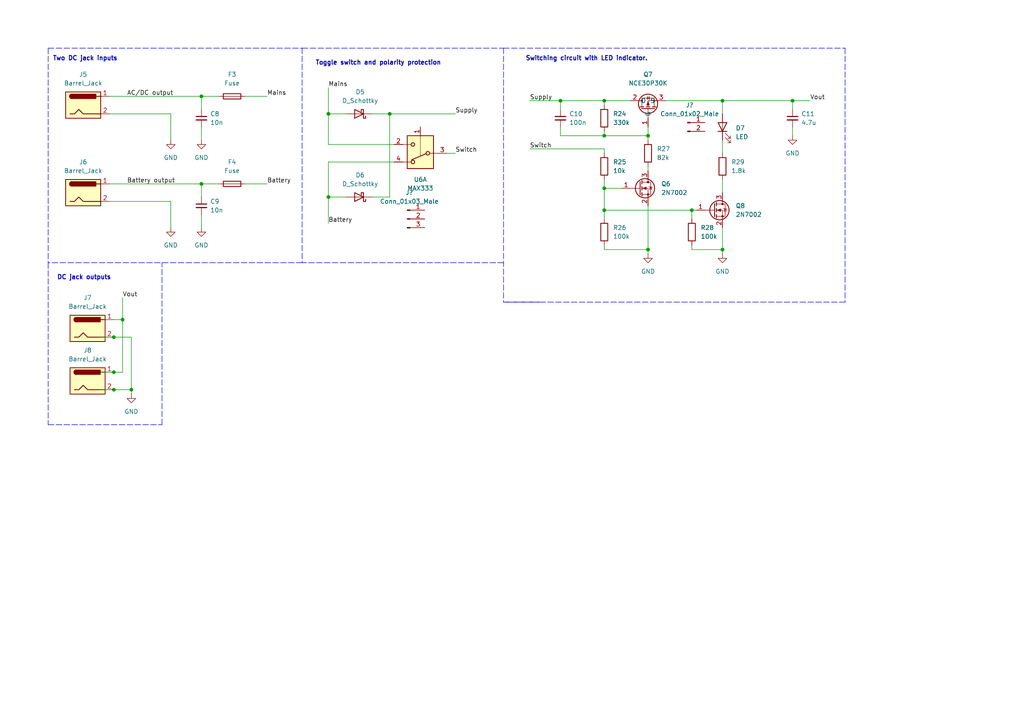
<source format=kicad_sch>
(kicad_sch (version 20211123) (generator eeschema)
  (paper "A4")
  (title_block (title "Power Distribution and Switching") (date "November 2022") (rev "V0") (company "University of Cape Town") (comment 1 "Author: Sarah Tallack") (comment 2 "Based off of design by Stanton (2022)"))
  (lib_symbols
    (symbol "Analog_Switch:MAX333"
      (property "Reference" "U" (at -3.175 5.334 0))
      (property "Value" "MAX333" (at -3.175 3.556 0))
      (symbol "MAX333_1_1"
        (rectangle (start -3.81 1.905) (end 3.81 -7.62) (stroke (width 0.254)) (fill (type background)))
        (circle (center -2.159 -2.54) (radius 0.508) (stroke (width 0.254)))
        (polyline (pts (xy -5.08 -2.54) (xy -2.794 -2.54)))
        (polyline (pts (xy -1.651 -2.413) (xy 2.54 -0.635)) (stroke (width 0.254)))
        (polyline (pts (xy 0 -7.62) (xy 0 -7.112)))
        (polyline (pts (xy 0 -6.858) (xy 0 -6.604)))
        (polyline (pts (xy 0 -6.35) (xy 0 -6.096)))
        (polyline (pts (xy 0 -5.842) (xy 0 -5.588)))
        (polyline (pts (xy 0 -5.334) (xy 0 -5.08)))
        (polyline (pts (xy 0 -4.826) (xy 0 -4.572)))
        (polyline (pts (xy 0 -4.318) (xy 0 -4.064)))
        (polyline (pts (xy 0 -3.81) (xy 0 -3.556)))
        (polyline (pts (xy 0 -3.302) (xy 0 -3.048)))
        (polyline (pts (xy 0 -2.794) (xy 0 -2.54)))
        (polyline (pts (xy 0 -2.286) (xy 0 -2.032)))
        (polyline (pts (xy 0 -2.286) (xy 0 -2.032)))
        (polyline (pts (xy 5.08 -5.08) (xy 2.794 -5.08)))
        (polyline (pts (xy 5.08 0) (xy 2.794 0)))
        (circle (center 2.159 -5.08) (radius 0.508) (stroke (width 0.254)))
        (circle (center 2.159 0) (radius 0.508) (stroke (width 0.254)))
        (pin input line (at 0 -10.16 90) (length 2.54) (name "~") (number "1"))
        (pin passive line (at 7.62 -5.08 180) (length 2.54) (name "~") (number "2"))
        (pin passive line (at -7.62 -2.54 0) (length 2.54) (name "~") (number "3"))
        (pin passive line (at 7.62 0 180) (length 2.54) (name "~") (number "4"))
      )
      (symbol "MAX333_2_1"
        (rectangle (start -3.81 1.905) (end 3.81 -7.62) (stroke (width 0.254)) (fill (type background)))
        (circle (center -2.159 -2.54) (radius 0.508) (stroke (width 0.254)))
        (polyline (pts (xy -5.08 -2.54) (xy -2.794 -2.54)))
        (polyline (pts (xy -1.651 -2.413) (xy 2.54 -0.635)) (stroke (width 0.254)))
        (polyline (pts (xy 0 -7.62) (xy 0 -7.112)))
        (polyline (pts (xy 0 -6.858) (xy 0 -6.604)))
        (polyline (pts (xy 0 -6.35) (xy 0 -6.096)))
        (polyline (pts (xy 0 -5.842) (xy 0 -5.588)))
        (polyline (pts (xy 0 -5.334) (xy 0 -5.08)))
        (polyline (pts (xy 0 -4.826) (xy 0 -4.572)))
        (polyline (pts (xy 0 -4.318) (xy 0 -4.064)))
        (polyline (pts (xy 0 -3.81) (xy 0 -3.556)))
        (polyline (pts (xy 0 -3.302) (xy 0 -3.048)))
        (polyline (pts (xy 0 -2.794) (xy 0 -2.54)))
        (polyline (pts (xy 0 -2.286) (xy 0 -2.032)))
        (polyline (pts (xy 0 -2.286) (xy 0 -2.032)))
        (polyline (pts (xy 5.08 -5.08) (xy 2.794 -5.08)))
        (polyline (pts (xy 5.08 0) (xy 2.794 0)))
        (circle (center 2.159 -5.08) (radius 0.508) (stroke (width 0.254)))
        (circle (center 2.159 0) (radius 0.508) (stroke (width 0.254)))
        (pin input line (at 0 -10.16 90) (length 2.54) (name "~") (number "10"))
        (pin passive line (at 7.62 0 180) (length 2.54) (name "~") (number "7"))
        (pin passive line (at -7.62 -2.54 0) (length 2.54) (name "~") (number "8"))
        (pin passive line (at 7.62 -5.08 180) (length 2.54) (name "~") (number "9"))
      )
      (symbol "MAX333_3_1"
        (rectangle (start -3.81 1.905) (end 3.81 -7.62) (stroke (width 0.254)) (fill (type background)))
        (circle (center -2.159 -2.54) (radius 0.508) (stroke (width 0.254)))
        (polyline (pts (xy -5.08 -2.54) (xy -2.794 -2.54)))
        (polyline (pts (xy -1.651 -2.413) (xy 2.54 -0.635)) (stroke (width 0.254)))
        (polyline (pts (xy 0 -7.62) (xy 0 -7.112)))
        (polyline (pts (xy 0 -6.858) (xy 0 -6.604)))
        (polyline (pts (xy 0 -6.35) (xy 0 -6.096)))
        (polyline (pts (xy 0 -5.842) (xy 0 -5.588)))
        (polyline (pts (xy 0 -5.334) (xy 0 -5.08)))
        (polyline (pts (xy 0 -4.826) (xy 0 -4.572)))
        (polyline (pts (xy 0 -4.318) (xy 0 -4.064)))
        (polyline (pts (xy 0 -3.81) (xy 0 -3.556)))
        (polyline (pts (xy 0 -3.302) (xy 0 -3.048)))
        (polyline (pts (xy 0 -2.794) (xy 0 -2.54)))
        (polyline (pts (xy 0 -2.286) (xy 0 -2.032)))
        (polyline (pts (xy 0 -2.286) (xy 0 -2.032)))
        (polyline (pts (xy 5.08 -5.08) (xy 2.794 -5.08)))
        (polyline (pts (xy 5.08 0) (xy 2.794 0)))
        (circle (center 2.159 -5.08) (radius 0.508) (stroke (width 0.254)))
        (circle (center 2.159 0) (radius 0.508) (stroke (width 0.254)))
        (pin input line (at 0 -10.16 90) (length 2.54) (name "~") (number "11"))
        (pin passive line (at 7.62 -5.08 180) (length 2.54) (name "~") (number "12"))
        (pin passive line (at -7.62 -2.54 0) (length 2.54) (name "~") (number "13"))
        (pin passive line (at 7.62 0 180) (length 2.54) (name "~") (number "14"))
      )
      (symbol "MAX333_4_1"
        (rectangle (start -3.81 1.905) (end 3.81 -7.62) (stroke (width 0.254)) (fill (type background)))
        (circle (center -2.159 -2.54) (radius 0.508) (stroke (width 0.254)))
        (polyline (pts (xy -5.08 -2.54) (xy -2.794 -2.54)))
        (polyline (pts (xy -1.651 -2.413) (xy 2.54 -0.635)) (stroke (width 0.254)))
        (polyline (pts (xy 0 -7.62) (xy 0 -7.112)))
        (polyline (pts (xy 0 -6.858) (xy 0 -6.604)))
        (polyline (pts (xy 0 -6.35) (xy 0 -6.096)))
        (polyline (pts (xy 0 -5.842) (xy 0 -5.588)))
        (polyline (pts (xy 0 -5.334) (xy 0 -5.08)))
        (polyline (pts (xy 0 -4.826) (xy 0 -4.572)))
        (polyline (pts (xy 0 -4.318) (xy 0 -4.064)))
        (polyline (pts (xy 0 -3.81) (xy 0 -3.556)))
        (polyline (pts (xy 0 -3.302) (xy 0 -3.048)))
        (polyline (pts (xy 0 -2.794) (xy 0 -2.54)))
        (polyline (pts (xy 0 -2.286) (xy 0 -2.032)))
        (polyline (pts (xy 0 -2.286) (xy 0 -2.032)))
        (polyline (pts (xy 5.08 -5.08) (xy 2.794 -5.08)))
        (polyline (pts (xy 5.08 0) (xy 2.794 0)))
        (circle (center 2.159 -5.08) (radius 0.508) (stroke (width 0.254)))
        (circle (center 2.159 0) (radius 0.508) (stroke (width 0.254)))
        (pin passive line (at 7.62 0 180) (length 2.54) (name "~") (number "17"))
        (pin passive line (at -7.62 -2.54 0) (length 2.54) (name "~") (number "18"))
        (pin passive line (at 7.62 -5.08 180) (length 2.54) (name "~") (number "19"))
        (pin input line (at 0 -10.16 90) (length 2.54) (name "~") (number "20"))
      )
      (symbol "MAX333_5_0"
        (pin no_connect line (at 2.54 10.16 270) (length 2.54) hide (name "NC") (number "15"))
        (pin power_in line (at 0 12.7 270) (length 2.54) (name "V+") (number "16"))
        (pin power_in line (at 0 -12.7 90) (length 2.54) (name "V-") (number "5"))
        (pin power_in line (at 2.54 -12.7 90) (length 2.54) (name "GND") (number "6"))
      )
      (symbol "MAX333_5_1"
        (rectangle (start -3.81 10.16) (end 6.35 -10.16) (stroke (width 0.254)) (fill (type background)))
      )
    )
    (symbol "Connector:Barrel_Jack" (pin_names (offset 1.016))
      (property "Reference" "J" (at 0 5.334 0))
      (property "Value" "Barrel_Jack" (at 0 -5.08 0))
      (symbol "Barrel_Jack_0_1"
        (rectangle (start -5.08 3.81) (end 5.08 -3.81) (stroke (width 0.254)) (fill (type background)))
        (arc (start -3.302 3.175) (mid -3.937 2.54) (end -3.302 1.905) (stroke (width 0.254)))
        (arc (start -3.302 3.175) (mid -3.937 2.54) (end -3.302 1.905) (stroke (width 0.254)) (fill (type outline)))
        (polyline (pts (xy 5.08 2.54) (xy 3.81 2.54)) (stroke (width 0.254)))
        (polyline (pts (xy -3.81 -2.54) (xy -2.54 -2.54) (xy -1.27 -1.27) (xy 0 -2.54) (xy 2.54 -2.54) (xy 5.08 -2.54)) (stroke (width 0.254)))
        (rectangle (start 3.683 3.175) (end -3.302 1.905) (stroke (width 0.254)) (fill (type outline)))
      )
      (symbol "Barrel_Jack_1_1"
        (pin passive line (at 7.62 2.54 180) (length 2.54) (name "~") (number "1"))
        (pin passive line (at 7.62 -2.54 180) (length 2.54) (name "~") (number "2"))
      )
    )
    (symbol "Connector:Conn_01x02_Male" (pin_names (offset 1.016) hide)
      (property "Reference" "J" (at 0 2.54 0))
      (property "Value" "Conn_01x02_Male" (at 0 -5.08 0))
      (symbol "Conn_01x02_Male_1_1"
        (polyline (pts (xy 1.27 -2.54) (xy 0.8636 -2.54)) (stroke (width 0.1524)))
        (polyline (pts (xy 1.27 0) (xy 0.8636 0)) (stroke (width 0.1524)))
        (rectangle (start 0.8636 -2.413) (end 0 -2.667) (stroke (width 0.1524)) (fill (type outline)))
        (rectangle (start 0.8636 0.127) (end 0 -0.127) (stroke (width 0.1524)) (fill (type outline)))
        (pin passive line (at 5.08 0 180) (length 3.81) (name "Pin_1") (number "1"))
        (pin passive line (at 5.08 -2.54 180) (length 3.81) (name "Pin_2") (number "2"))
      )
    )
    (symbol "Connector:Conn_01x03_Male" (pin_names (offset 1.016) hide)
      (property "Reference" "J" (at 0 5.08 0))
      (property "Value" "Conn_01x03_Male" (at 0 -5.08 0))
      (symbol "Conn_01x03_Male_1_1"
        (polyline (pts (xy 1.27 -2.54) (xy 0.8636 -2.54)) (stroke (width 0.1524)))
        (polyline (pts (xy 1.27 0) (xy 0.8636 0)) (stroke (width 0.1524)))
        (polyline (pts (xy 1.27 2.54) (xy 0.8636 2.54)) (stroke (width 0.1524)))
        (rectangle (start 0.8636 -2.413) (end 0 -2.667) (stroke (width 0.1524)) (fill (type outline)))
        (rectangle (start 0.8636 0.127) (end 0 -0.127) (stroke (width 0.1524)) (fill (type outline)))
        (rectangle (start 0.8636 2.667) (end 0 2.413) (stroke (width 0.1524)) (fill (type outline)))
        (pin passive line (at 5.08 2.54 180) (length 3.81) (name "Pin_1") (number "1"))
        (pin passive line (at 5.08 0 180) (length 3.81) (name "Pin_2") (number "2"))
        (pin passive line (at 5.08 -2.54 180) (length 3.81) (name "Pin_3") (number "3"))
      )
    )
    (symbol "Device:C_Small" (pin_numbers hide) (pin_names (offset 0.254) hide)
      (property "Reference" "C" (at 0.254 1.778 0))
      (property "Value" "C_Small" (at 0.254 -2.032 0))
      (symbol "C_Small_0_1"
        (polyline (pts (xy -1.524 -0.508) (xy 1.524 -0.508)) (stroke (width 0.3302)))
        (polyline (pts (xy -1.524 0.508) (xy 1.524 0.508)) (stroke (width 0.3048)))
      )
      (symbol "C_Small_1_1"
        (pin passive line (at 0 2.54 270) (length 2.032) (name "~") (number "1"))
        (pin passive line (at 0 -2.54 90) (length 2.032) (name "~") (number "2"))
      )
    )
    (symbol "Device:D_Schottky" (pin_numbers hide) (pin_names (offset 1.016) hide)
      (property "Reference" "D" (at 0 2.54 0))
      (property "Value" "D_Schottky" (at 0 -2.54 0))
      (symbol "D_Schottky_0_1"
        (polyline (pts (xy 1.27 0) (xy -1.27 0)))
        (polyline (pts (xy 1.27 1.27) (xy 1.27 -1.27) (xy -1.27 0) (xy 1.27 1.27)) (stroke (width 0.254)))
        (polyline (pts (xy -1.905 0.635) (xy -1.905 1.27) (xy -1.27 1.27) (xy -1.27 -1.27) (xy -0.635 -1.27) (xy -0.635 -0.635)) (stroke (width 0.254)))
      )
      (symbol "D_Schottky_1_1"
        (pin passive line (at -3.81 0 0) (length 2.54) (name "K") (number "1"))
        (pin passive line (at 3.81 0 180) (length 2.54) (name "A") (number "2"))
      )
    )
    (symbol "Device:Fuse" (pin_numbers hide) (pin_names (offset 0))
      (property "Reference" "F" (at 2.032 0 90))
      (property "Value" "Fuse" (at -1.905 0 90))
      (symbol "Fuse_0_1"
        (rectangle (start -0.762 -2.54) (end 0.762 2.54) (stroke (width 0.254)))
        (polyline (pts (xy 0 2.54) (xy 0 -2.54)))
      )
      (symbol "Fuse_1_1"
        (pin passive line (at 0 3.81 270) (length 1.27) (name "~") (number "1"))
        (pin passive line (at 0 -3.81 90) (length 1.27) (name "~") (number "2"))
      )
    )
    (symbol "Device:LED" (pin_numbers hide) (pin_names (offset 1.016) hide)
      (property "Reference" "D" (at 0 2.54 0))
      (property "Value" "LED" (at 0 -2.54 0))
      (symbol "LED_0_1"
        (polyline (pts (xy -1.27 -1.27) (xy -1.27 1.27)) (stroke (width 0.254)))
        (polyline (pts (xy -1.27 0) (xy 1.27 0)))
        (polyline (pts (xy 1.27 -1.27) (xy 1.27 1.27) (xy -1.27 0) (xy 1.27 -1.27)) (stroke (width 0.254)))
        (polyline (pts (xy -3.048 -0.762) (xy -4.572 -2.286) (xy -3.81 -2.286) (xy -4.572 -2.286) (xy -4.572 -1.524)))
        (polyline (pts (xy -1.778 -0.762) (xy -3.302 -2.286) (xy -2.54 -2.286) (xy -3.302 -2.286) (xy -3.302 -1.524)))
      )
      (symbol "LED_1_1"
        (pin passive line (at -3.81 0 0) (length 2.54) (name "K") (number "1"))
        (pin passive line (at 3.81 0 180) (length 2.54) (name "A") (number "2"))
      )
    )
    (symbol "Device:R" (pin_numbers hide) (pin_names (offset 0))
      (property "Reference" "R" (at 2.032 0 90))
      (property "Value" "R" (at 0 0 90))
      (symbol "R_0_1"
        (rectangle (start -1.016 -2.54) (end 1.016 2.54) (stroke (width 0.254)))
      )
      (symbol "R_1_1"
        (pin passive line (at 0 3.81 270) (length 1.27) (name "~") (number "1"))
        (pin passive line (at 0 -3.81 90) (length 1.27) (name "~") (number "2"))
      )
    )
    (symbol "SarahLibrary:NCE30P30K"
      (property "Reference" "Q" (at 0 0 0))
      (property "Value" "NCE30P30K" (at 0 0 0))
      (symbol "NCE30P30K_0_1"
        (circle (center -12.319 0) (radius 2.794) (stroke (width 0.254)))
        (circle (center -11.43 -1.778) (radius 0.254) (fill (type outline)))
        (circle (center -11.43 1.778) (radius 0.254) (fill (type outline)))
        (polyline (pts (xy -13.716 0) (xy -16.51 0)))
        (polyline (pts (xy -13.716 1.905) (xy -13.716 -1.905)) (stroke (width 0.254)))
        (polyline (pts (xy -13.208 -1.27) (xy -13.208 -2.286)) (stroke (width 0.254)))
        (polyline (pts (xy -13.208 0.508) (xy -13.208 -0.508)) (stroke (width 0.254)))
        (polyline (pts (xy -13.208 2.286) (xy -13.208 1.27)) (stroke (width 0.254)))
        (polyline (pts (xy -11.43 2.54) (xy -11.43 1.778)))
        (polyline (pts (xy -11.43 -2.54) (xy -11.43 0) (xy -13.208 0)))
        (polyline (pts (xy -13.208 1.778) (xy -10.668 1.778) (xy -10.668 -1.778) (xy -13.208 -1.778)))
        (polyline (pts (xy -11.684 0) (xy -12.7 0.381) (xy -12.7 -0.381) (xy -11.684 0)) (fill (type outline)))
        (polyline (pts (xy -11.176 -0.508) (xy -11.049 -0.381) (xy -10.287 -0.381) (xy -10.16 -0.254)))
        (polyline (pts (xy -10.668 -0.381) (xy -11.049 0.254) (xy -10.287 0.254) (xy -10.668 -0.381)))
      )
      (symbol "NCE30P30K_1_1"
        (pin passive line (at -19.05 0 0) (length 2.54) (name "G") (number "1"))
        (pin passive line (at -11.43 5.08 270) (length 2.54) (name "D") (number "2"))
        (pin passive line (at -11.43 -5.08 90) (length 2.54) (name "S") (number "3"))
      )
    )
    (symbol "Transistor_FET:2N7002" (pin_names hide)
      (property "Reference" "Q" (at 5.08 1.905 0))
      (property "Value" "2N7002" (at 5.08 0 0))
      (symbol "2N7002_0_1"
        (polyline (pts (xy 0.254 0) (xy -2.54 0)))
        (polyline (pts (xy 0.254 1.905) (xy 0.254 -1.905)) (stroke (width 0.254)))
        (polyline (pts (xy 0.762 -1.27) (xy 0.762 -2.286)) (stroke (width 0.254)))
        (polyline (pts (xy 0.762 0.508) (xy 0.762 -0.508)) (stroke (width 0.254)))
        (polyline (pts (xy 0.762 2.286) (xy 0.762 1.27)) (stroke (width 0.254)))
        (polyline (pts (xy 2.54 2.54) (xy 2.54 1.778)))
        (polyline (pts (xy 2.54 -2.54) (xy 2.54 0) (xy 0.762 0)))
        (polyline (pts (xy 0.762 -1.778) (xy 3.302 -1.778) (xy 3.302 1.778) (xy 0.762 1.778)))
        (polyline (pts (xy 1.016 0) (xy 2.032 0.381) (xy 2.032 -0.381) (xy 1.016 0)) (fill (type outline)))
        (polyline (pts (xy 2.794 0.508) (xy 2.921 0.381) (xy 3.683 0.381) (xy 3.81 0.254)))
        (polyline (pts (xy 3.302 0.381) (xy 2.921 -0.254) (xy 3.683 -0.254) (xy 3.302 0.381)))
        (circle (center 1.651 0) (radius 2.794) (stroke (width 0.254)))
        (circle (center 2.54 -1.778) (radius 0.254) (fill (type outline)))
        (circle (center 2.54 1.778) (radius 0.254) (fill (type outline)))
      )
      (symbol "2N7002_1_1"
        (pin input line (at -5.08 0 0) (length 2.54) (name "G") (number "1"))
        (pin passive line (at 2.54 -5.08 90) (length 2.54) (name "S") (number "2"))
        (pin passive line (at 2.54 5.08 270) (length 2.54) (name "D") (number "3"))
      )
    )
    (symbol "power:GND" (power) (pin_names (offset 0))
      (property "Value" "GND" (at 0 -3.81 0))
      (symbol "GND_0_1"
        (polyline (pts (xy 0 0) (xy 0 -1.27) (xy 1.27 -1.27) (xy 0 -2.54) (xy -1.27 -1.27) (xy 0 -1.27)))
      )
      (symbol "GND_1_1"
        (pin power_in line (at 0 0 270) (length 0) hide (name "GND") (number "1"))
      )
    )
  )
  (junction (at 200.66 60.96))
  (junction (at 58.42 27.94))
  (junction (at 33.02 107.95))
  (junction (at 187.96 72.39))
  (junction (at 209.55 29.21))
  (junction (at 162.56 29.21))
  (junction (at 187.96 39.37))
  (junction (at 33.02 113.03))
  (junction (at 209.55 72.39))
  (junction (at 175.26 39.37))
  (junction (at 35.56 92.71))
  (junction (at 175.26 54.61))
  (junction (at 58.42 53.34))
  (junction (at 33.02 97.79))
  (junction (at 38.1 113.03))
  (junction (at 175.26 29.21))
  (junction (at 113.03 33.02))
  (junction (at 95.25 33.02))
  (junction (at 95.25 57.15))
  (junction (at 175.26 60.96))
  (junction (at 229.87 29.21))
  (wire (pts (xy 175.26 72.39) (xy 175.26 71.12)))
  (wire (pts (xy 193.04 29.21) (xy 209.55 29.21)))
  (wire (pts (xy 153.67 43.18) (xy 175.26 43.18)))
  (wire (pts (xy 200.66 72.39) (xy 209.55 72.39)))
  (wire (pts (xy 49.53 58.42) (xy 49.53 66.04)))
  (wire (pts (xy 38.1 113.03) (xy 33.02 113.03)))
  (wire (pts (xy 187.96 72.39) (xy 175.26 72.39)))
  (polyline (pts (xy 46.99 123.19) (xy 46.99 76.2)))
  (wire (pts (xy 58.42 40.64) (xy 58.42 36.83)))
  (wire (pts (xy 187.96 36.83) (xy 187.96 39.37)))
  (wire (pts (xy 35.56 86.36) (xy 35.56 92.71)))
  (wire (pts (xy 113.03 57.15) (xy 113.03 33.02)))
  (wire (pts (xy 153.67 29.21) (xy 162.56 29.21)))
  (polyline (pts (xy 13.97 13.97) (xy 87.63 13.97)))
  (wire (pts (xy 107.95 33.02) (xy 113.03 33.02)))
  (polyline (pts (xy 87.63 76.2) (xy 13.97 76.2)))
  (polyline (pts (xy 13.97 123.19) (xy 46.99 123.19)))
  (wire (pts (xy 175.26 60.96) (xy 200.66 60.96)))
  (wire (pts (xy 95.25 41.91) (xy 95.25 33.02)))
  (wire (pts (xy 162.56 36.83) (xy 162.56 39.37)))
  (wire (pts (xy 58.42 53.34) (xy 58.42 57.15)))
  (wire (pts (xy 209.55 29.21) (xy 209.55 33.02)))
  (wire (pts (xy 35.56 92.71) (xy 33.02 92.71)))
  (wire (pts (xy 95.25 41.91) (xy 114.3 41.91)))
  (wire (pts (xy 175.26 38.1) (xy 175.26 39.37)))
  (wire (pts (xy 31.75 33.02) (xy 49.53 33.02)))
  (wire (pts (xy 162.56 29.21) (xy 175.26 29.21)))
  (wire (pts (xy 187.96 48.26) (xy 187.96 49.53)))
  (wire (pts (xy 38.1 114.3) (xy 38.1 113.03)))
  (wire (pts (xy 29.21 97.79) (xy 33.02 97.79)))
  (wire (pts (xy 58.42 66.04) (xy 58.42 62.23)))
  (wire (pts (xy 31.75 53.34) (xy 58.42 53.34)))
  (wire (pts (xy 95.25 57.15) (xy 100.33 57.15)))
  (wire (pts (xy 113.03 33.02) (xy 132.08 33.02)))
  (wire (pts (xy 209.55 66.04) (xy 209.55 72.39)))
  (wire (pts (xy 175.26 60.96) (xy 175.26 63.5)))
  (wire (pts (xy 187.96 72.39) (xy 187.96 73.66)))
  (wire (pts (xy 95.25 46.99) (xy 114.3 46.99)))
  (wire (pts (xy 209.55 40.64) (xy 209.55 44.45)))
  (wire (pts (xy 38.1 97.79) (xy 33.02 97.79)))
  (wire (pts (xy 229.87 36.83) (xy 229.87 39.37)))
  (wire (pts (xy 129.54 44.45) (xy 132.08 44.45)))
  (wire (pts (xy 58.42 53.34) (xy 63.5 53.34)))
  (polyline (pts (xy 87.63 13.97) (xy 87.63 76.2)))
  (wire (pts (xy 107.95 57.15) (xy 113.03 57.15)))
  (wire (pts (xy 31.75 58.42) (xy 49.53 58.42)))
  (polyline (pts (xy 245.11 13.97) (xy 245.11 87.63)))
  (polyline (pts (xy 13.97 13.97) (xy 13.97 76.2)))
  (wire (pts (xy 175.26 29.21) (xy 182.88 29.21)))
  (wire (pts (xy 33.02 107.95) (xy 29.21 107.95)))
  (wire (pts (xy 175.26 54.61) (xy 180.34 54.61)))
  (polyline (pts (xy 146.05 13.97) (xy 146.05 87.63)))
  (wire (pts (xy 77.47 27.94) (xy 71.12 27.94)))
  (wire (pts (xy 95.25 33.02) (xy 95.25 25.4)))
  (wire (pts (xy 200.66 63.5) (xy 200.66 60.96)))
  (wire (pts (xy 29.21 113.03) (xy 33.02 113.03)))
  (wire (pts (xy 200.66 60.96) (xy 201.93 60.96)))
  (wire (pts (xy 209.55 72.39) (xy 209.55 73.66)))
  (wire (pts (xy 162.56 39.37) (xy 175.26 39.37)))
  (wire (pts (xy 162.56 29.21) (xy 162.56 31.75)))
  (polyline (pts (xy 245.11 87.63) (xy 157.48 87.63)))
  (wire (pts (xy 35.56 92.71) (xy 35.56 107.95)))
  (polyline (pts (xy 157.48 87.63) (xy 146.05 87.63)))
  (wire (pts (xy 58.42 27.94) (xy 58.42 31.75)))
  (wire (pts (xy 209.55 52.07) (xy 209.55 55.88)))
  (wire (pts (xy 200.66 72.39) (xy 200.66 71.12)))
  (polyline (pts (xy 146.05 13.97) (xy 245.11 13.97)))
  (wire (pts (xy 31.75 27.94) (xy 58.42 27.94)))
  (wire (pts (xy 175.26 54.61) (xy 175.26 60.96)))
  (wire (pts (xy 175.26 39.37) (xy 187.96 39.37)))
  (wire (pts (xy 187.96 59.69) (xy 187.96 72.39)))
  (wire (pts (xy 175.26 29.21) (xy 175.26 30.48)))
  (wire (pts (xy 187.96 40.64) (xy 187.96 39.37)))
  (wire (pts (xy 49.53 33.02) (xy 49.53 40.64)))
  (wire (pts (xy 229.87 29.21) (xy 234.95 29.21)))
  (polyline (pts (xy 87.63 13.97) (xy 146.05 13.97)))
  (wire (pts (xy 175.26 52.07) (xy 175.26 54.61)))
  (wire (pts (xy 175.26 43.18) (xy 175.26 44.45)))
  (wire (pts (xy 229.87 29.21) (xy 229.87 31.75)))
  (wire (pts (xy 95.25 46.99) (xy 95.25 57.15)))
  (polyline (pts (xy 146.05 76.2) (xy 87.63 76.2)))
  (polyline (pts (xy 13.97 76.2) (xy 13.97 123.19)))
  (polyline (pts (xy 146.05 87.63) (xy 156.21 87.63)))
  (wire (pts (xy 77.47 53.34) (xy 71.12 53.34)))
  (wire (pts (xy 35.56 107.95) (xy 33.02 107.95)))
  (wire (pts (xy 95.25 57.15) (xy 95.25 64.77)))
  (wire (pts (xy 95.25 33.02) (xy 100.33 33.02)))
  (wire (pts (xy 209.55 29.21) (xy 229.87 29.21)))
  (wire (pts (xy 58.42 27.94) (xy 63.5 27.94)))
  (wire (pts (xy 38.1 113.03) (xy 38.1 97.79)))
  (text "Two DC jack inputs" (at 15.24 17.78 0) (effects (font (size 1.27 1.27) (thickness 0.254) bold) (justify left bottom)))
  (text "Switching circuit with LED indicator." (at 152.4 17.78 0) (effects (font (size 1.27 1.27) bold) (justify left bottom)))
  (text "Toggle switch and polarity protection" (at 91.44 19.05 0) (effects (font (size 1.27 1.27) (thickness 0.254) bold) (justify left bottom)))
  (text "DC jack outputs" (at 16.51 81.28 0) (effects (font (size 1.27 1.27) bold) (justify left bottom)))
  (label "Battery" (at 77.47 53.34 0))
  (label "Supply" (at 153.67 29.21 0))
  (label "Supply" (at 132.08 33.02 0))
  (label "Vout" (at 234.95 29.21 0))
  (label "Battery" (at 95.25 64.77 0))
  (label "Vout" (at 35.56 86.36 0))
  (label "AC{slash}DC output" (at 36.83 27.94 0))
  (label "Mains" (at 77.47 27.94 0))
  (label "Switch" (at 153.67 43.18 0))
  (label "Mains" (at 95.25 25.4 0))
  (label "Battery output" (at 36.83 53.34 0))
  (label "Switch" (at 132.08 44.45 0))
  (symbol (lib_id "Device:C_Small") (at 162.56 34.29 0) (unit 1)
    (property "Reference" "C10" (at 165.1 33.0262 0) (effects (justify left)))
    (property "Value" "100n" (at 165.1 35.5662 0) (effects (justify left)))
    (property "Footprint" "Capacitor_SMD:C_0805_2012Metric" (effects hide))
    (property "Datasheet" "https://datasheet.lcsc.com/lcsc/1810101813_YAGEO-CC0805KRX7R9BB104_C49678.pdf" (effects hide))
    (property "LCSC No." "C49678" (effects hide))
    (property "Price" "0.0036" (effects hide))
  )
  (symbol (lib_id "Device:R") (at 187.96 44.45 0) (unit 1)
    (property "Reference" "R27" (at 190.5 43.1799 0) (effects (justify left)))
    (property "Value" "82k" (at 190.5 45.7199 0) (effects (justify left)))
    (property "Footprint" "Resistor_SMD:R_0805_2012Metric" (effects hide))
    (property "Datasheet" "https://datasheet.lcsc.com/lcsc/2205311830_UNI-ROYAL-Uniroyal-Elec-0805W8F8202T5E_C17840.pdf" (effects hide))
    (property "LCSC No." "C17840" (effects hide))
    (property "Price" "0.0016" (effects hide))
  )
  (symbol (lib_id "Device:R") (at 209.55 48.26 180) (unit 1)
    (property "Reference" "R29" (at 212.09 46.9899 0) (effects (justify right)))
    (property "Value" "1.8k" (at 212.09 49.5299 0) (effects (justify right)))
    (property "Footprint" "Resistor_SMD:R_0805_2012Metric" (effects hide))
    (property "Datasheet" "https://datasheet.lcsc.com/lcsc/2206010216_UNI-ROYAL-Uniroyal-Elec-0805W8F1801T5E_C17398.pdf" (effects hide))
    (property "LCSC No." "C17398" (effects hide))
    (property "Price" "0.0016" (effects hide))
  )
  (symbol (lib_id "Connector:Barrel_Jack") (at 24.13 30.48 0) (unit 1)
    (property "Reference" "J5" (at 24.13 21.59 0))
    (property "Value" "Barrel_Jack" (at 24.13 24.13 0))
  )
  (symbol (lib_id "Device:C_Small") (at 229.87 34.29 0) (unit 1)
    (property "Reference" "C11" (at 232.41 33.0262 0) (effects (justify left)))
    (property "Value" "4.7u" (at 232.41 35.5662 0) (effects (justify left)))
    (property "Footprint" "Capacitor_SMD:C_0805_2012Metric" (effects hide))
    (property "Datasheet" "https://datasheet.lcsc.com/lcsc/1810261822_Samsung-Electro-Mechanics-CL21A475KAQNNNE_C1779.pdf" (effects hide))
    (property "LCSC No." "C1779" (effects hide))
    (property "Price" "0.0091" (effects hide))
  )
  (symbol (lib_id "Transistor_FET:2N7002") (at 207.01 60.96 0) (unit 1)
    (property "Reference" "Q8" (at 213.36 59.6899 0) (effects (justify left)))
    (property "Value" "2N7002" (at 213.36 62.2299 0) (effects (justify left)))
    (property "Footprint" "Package_TO_SOT_SMD:SOT-23" (effects hide))
    (property "Datasheet" "https://datasheet.lcsc.com/lcsc/1810151612_Jiangsu-Changjing-Electronics-Technology-Co---Ltd--2N7002_C8545.pdf" (effects hide))
    (property "LCSC No." "C8545" (effects hide))
    (property "Price" "0.0149" (effects hide))
  )
  (symbol (lib_id "Device:D_Schottky") (at 104.14 57.15 180) (unit 1)
    (property "Reference" "D6" (at 104.4575 50.8 0))
    (property "Value" "D_Schottky" (at 104.4575 53.34 0))
    (property "Footprint" "Footprints:Schottky Diode SK1010C" (effects hide))
    (property "Datasheet" "https://datasheet.lcsc.com/lcsc/2012211036_MDD-Microdiode-Electronics--SK1010C_C65020.pdf" (effects hide))
    (property "LCSC No." "C65020" (effects hide))
    (property "Price" "0.1616" (effects hide))
  )
  (symbol (lib_id "Connector:Conn_01x03_Male") (at 118.11 63.5 0) (unit 1)
    (property "Reference" "J?" (at 118.745 55.88 0))
    (property "Value" "Conn_01x03_Male" (at 118.745 58.42 0))
    (property "Footprint" "Footprints:3 Pin Male Header" (effects hide))
    (property "Datasheet" "https://datasheet.lcsc.com/lcsc/1811021622_BOOMELE-Boom-Precision-Elec-VH-3A_C20547.pdf" (effects hide))
    (property "LCSC No." "C20547" (effects hide))
    (property "Price" "0.0303" (effects hide))
  )
  (symbol (lib_id "power:GND") (at 209.55 73.66 0) (unit 1)
    (property "Reference" "#PWR0118" (effects hide))
    (property "Value" "GND" (at 209.55 78.74 0))
  )
  (symbol (lib_id "power:GND") (at 58.42 40.64 0) (unit 1)
    (property "Reference" "#PWR0113" (effects hide))
    (property "Value" "GND" (at 58.42 45.72 0))
  )
  (symbol (lib_id "Device:D_Schottky") (at 104.14 33.02 180) (unit 1)
    (property "Reference" "D5" (at 104.4575 26.67 0))
    (property "Value" "D_Schottky" (at 104.4575 29.21 0))
    (property "Footprint" "Footprints:Schottky Diode SK1010C" (effects hide))
    (property "Datasheet" "https://datasheet.lcsc.com/lcsc/2012211036_MDD-Microdiode-Electronics--SK1010C_C65020.pdf" (effects hide))
    (property "LCSC No." "C65020" (effects hide))
    (property "Price" "0.1616" (effects hide))
  )
  (symbol (lib_id "SarahLibrary:NCE30P30K") (at 187.96 17.78 90) (unit 1)
    (property "Reference" "Q7" (at 187.96 21.59 90))
    (property "Value" "NCE30P30K" (at 187.96 24.13 90))
    (property "Footprint" "Footprints:NCE30P30K P channel MOSFET" (effects hide))
    (property "Datasheet" "https://datasheet.lcsc.com/lcsc/1811041601_Wuxi-NCE-Power-Semiconductor-NCE30P30K_C130106.pdf" (effects hide))
    (property "LCSC No." "C130106" (effects hide))
    (property "Price" "0.1349" (effects hide))
  )
  (symbol (lib_id "power:GND") (at 187.96 73.66 0) (unit 1)
    (property "Reference" "#PWR0119" (effects hide))
    (property "Value" "GND" (at 187.96 78.74 0))
  )
  (symbol (lib_id "Device:LED") (at 209.55 36.83 90) (unit 1)
    (property "Reference" "D7" (at 213.36 37.1474 90) (effects (justify right)))
    (property "Value" "LED" (at 213.36 39.6874 90) (effects (justify right)))
  )
  (symbol (lib_id "Device:Fuse") (at 67.31 27.94 90) (unit 1)
    (property "Reference" "F3" (at 67.31 21.59 90))
    (property "Value" "Fuse" (at 67.31 24.13 90))
    (property "Footprint" "Footprints:FUSE Holder ROHS" (effects hide))
    (property "Datasheet" "https://datasheet.lcsc.com/lcsc/1811061209_Xucheng-Elec-C3131_C3131.pdf" (effects hide))
    (property "LCSC No." "C3131" (effects hide))
    (property "Price" "0.0590" (effects hide))
  )
  (symbol (lib_id "power:GND") (at 49.53 40.64 0) (unit 1)
    (property "Reference" "#PWR0115" (effects hide))
    (property "Value" "GND" (at 49.53 45.72 0))
  )
  (symbol (lib_id "Connector:Conn_01x02_Male") (at 199.39 35.56 0) (unit 1)
    (property "Reference" "J?" (at 200.025 30.48 0))
    (property "Value" "Conn_01x02_Male" (at 200.025 33.02 0))
    (property "Footprint" "Footprints:CONN-TH_XH-2A" (effects hide))
    (property "Datasheet" "https://datasheet.lcsc.com/lcsc/1811132110_BOOMELE-Boom-Precision-Elec-XH-2A_C20079.pdf" (effects hide))
    (property "LCSC No." "C20079" (effects hide))
    (property "Price" "0.0058" (effects hide))
  )
  (symbol (lib_id "Device:R") (at 175.26 34.29 0) (unit 1)
    (property "Reference" "R24" (at 177.8 33.0199 0) (effects (justify left)))
    (property "Value" "330k" (at 177.8 35.5599 0) (effects (justify left)))
    (property "Footprint" "Resistor_SMD:R_0805_2012Metric" (effects hide))
    (property "Datasheet" "https://datasheet.lcsc.com/lcsc/2205311830_UNI-ROYAL-Uniroyal-Elec-0805W8F3303T5E_C17629.pdf" (effects hide))
    (property "LCSC No." "C17629" (effects hide))
    (property "Price" "0.0015" (effects hide))
  )
  (symbol (lib_id "Device:C_Small") (at 58.42 34.29 0) (unit 1)
    (property "Reference" "C8" (at 60.96 33.0262 0) (effects (justify left)))
    (property "Value" "10n" (at 60.96 35.5662 0) (effects (justify left)))
    (property "Footprint" "Capacitor_SMD:C_0805_2012Metric" (effects hide))
    (property "Datasheet" "https://datasheet.lcsc.com/lcsc/1811151136_Samsung-Electro-Mechanics-CL21B103KBANNNC_C1710.pdf" (effects hide))
    (property "LCSC No." "C1710" (effects hide))
    (property "Price" "0.0062" (effects hide))
  )
  (symbol (lib_id "Analog_Switch:MAX333") (at 121.92 46.99 180) (unit 1)
    (property "Reference" "U6" (at 121.92 52.07 0))
    (property "Value" "MAX333" (at 121.92 54.61 0))
    (property "Datasheet" "https://datasheets.maximintegrated.com/en/ds/MAX333.pdf" (effects hide))
  )
  (symbol (lib_id "Connector:Barrel_Jack") (at 25.4 95.25 0) (unit 1)
    (property "Reference" "J7" (at 25.4 86.36 0))
    (property "Value" "Barrel_Jack" (at 25.4 88.9 0))
  )
  (symbol (lib_id "Transistor_FET:2N7002") (at 185.42 54.61 0) (unit 1)
    (property "Reference" "Q6" (at 191.77 53.3399 0) (effects (justify left)))
    (property "Value" "2N7002" (at 191.77 55.8799 0) (effects (justify left)))
    (property "Footprint" "Package_TO_SOT_SMD:SOT-23" (effects hide))
    (property "Datasheet" "https://datasheet.lcsc.com/lcsc/1810151612_Jiangsu-Changjing-Electronics-Technology-Co---Ltd--2N7002_C8545.pdf" (effects hide))
    (property "LCSC No." "C8545" (effects hide))
    (property "Price" "0.0149" (effects hide))
  )
  (symbol (lib_id "Device:C_Small") (at 58.42 59.69 0) (unit 1)
    (property "Reference" "C9" (at 60.96 58.4262 0) (effects (justify left)))
    (property "Value" "10n" (at 60.96 60.9662 0) (effects (justify left)))
    (property "Footprint" "Capacitor_SMD:C_0805_2012Metric" (effects hide))
    (property "Datasheet" "https://datasheet.lcsc.com/lcsc/1811151136_Samsung-Electro-Mechanics-CL21B103KBANNNC_C1710.pdf" (effects hide))
    (property "LCSC No." "C1710" (effects hide))
    (property "Price" "0.0062" (effects hide))
  )
  (symbol (lib_id "Device:R") (at 175.26 67.31 0) (unit 1)
    (property "Reference" "R26" (at 177.8 66.0399 0) (effects (justify left)))
    (property "Value" "100k" (at 177.8 68.5799 0) (effects (justify left)))
    (property "Footprint" "Resistor_SMD:R_0805_2012Metric" (effects hide))
    (property "Datasheet" "https://datasheet.lcsc.com/lcsc/2205312316_UNI-ROYAL-Uniroyal-Elec-0805W8F1003T5E_C149504.pdf" (effects hide))
    (property "LCSC No." "C149504" (effects hide))
    (property "Price" "0.0016" (effects hide))
  )
  (symbol (lib_id "Connector:Barrel_Jack") (at 24.13 55.88 0) (unit 1)
    (property "Reference" "J6" (at 24.13 46.99 0))
    (property "Value" "Barrel_Jack" (at 24.13 49.53 0))
  )
  (symbol (lib_id "power:GND") (at 229.87 39.37 0) (unit 1)
    (property "Reference" "#PWR0117" (effects hide))
    (property "Value" "GND" (at 229.87 44.45 0))
  )
  (symbol (lib_id "Device:R") (at 175.26 48.26 0) (unit 1)
    (property "Reference" "R25" (at 177.8 46.9899 0) (effects (justify left)))
    (property "Value" "10k" (at 177.8 49.5299 0) (effects (justify left)))
    (property "Footprint" "Resistor_SMD:R_0805_2012Metric" (effects hide))
    (property "Datasheet" "https://datasheet.lcsc.com/lcsc/2206010216_UNI-ROYAL-Uniroyal-Elec-0805W8F1002T5E_C17414.pdf" (effects hide))
    (property "LCSC No." "C17414" (effects hide))
    (property "Price" "0.0008" (effects hide))
  )
  (symbol (lib_id "power:GND") (at 58.42 66.04 0) (unit 1)
    (property "Reference" "#PWR0114" (effects hide))
    (property "Value" "GND" (at 58.42 71.12 0))
  )
  (symbol (lib_id "Connector:Barrel_Jack") (at 25.4 110.49 0) (unit 1)
    (property "Reference" "J8" (at 25.4 101.6 0))
    (property "Value" "Barrel_Jack" (at 25.4 104.14 0))
  )
  (symbol (lib_id "Device:R") (at 200.66 67.31 0) (unit 1)
    (property "Reference" "R28" (at 203.2 66.0399 0) (effects (justify left)))
    (property "Value" "100k" (at 203.2 68.5799 0) (effects (justify left)))
    (property "Footprint" "Resistor_SMD:R_0805_2012Metric" (effects hide))
    (property "Datasheet" "https://datasheet.lcsc.com/lcsc/2205312316_UNI-ROYAL-Uniroyal-Elec-0805W8F1003T5E_C149504.pdf" (effects hide))
    (property "LCSC No." "C149504" (effects hide))
    (property "Price" "0.0016" (effects hide))
  )
  (symbol (lib_id "power:GND") (at 38.1 114.3 0) (unit 1)
    (property "Reference" "#PWR0120" (effects hide))
    (property "Value" "GND" (at 38.1 119.38 0))
  )
  (symbol (lib_id "power:GND") (at 49.53 66.04 0) (unit 1)
    (property "Reference" "#PWR0116" (effects hide))
    (property "Value" "GND" (at 49.53 71.12 0))
  )
  (symbol (lib_id "Device:Fuse") (at 67.31 53.34 90) (unit 1)
    (property "Reference" "F4" (at 67.31 46.99 90))
    (property "Value" "Fuse" (at 67.31 49.53 90))
    (property "Footprint" "Footprints:FUSE Holder ROHS" (effects hide))
    (property "Datasheet" "https://datasheet.lcsc.com/lcsc/1811061209_Xucheng-Elec-C3131_C3131.pdf" (effects hide))
    (property "LCSC No." "C3131" (effects hide))
    (property "Price" "0.0590" (effects hide))
  )
)
</source>
